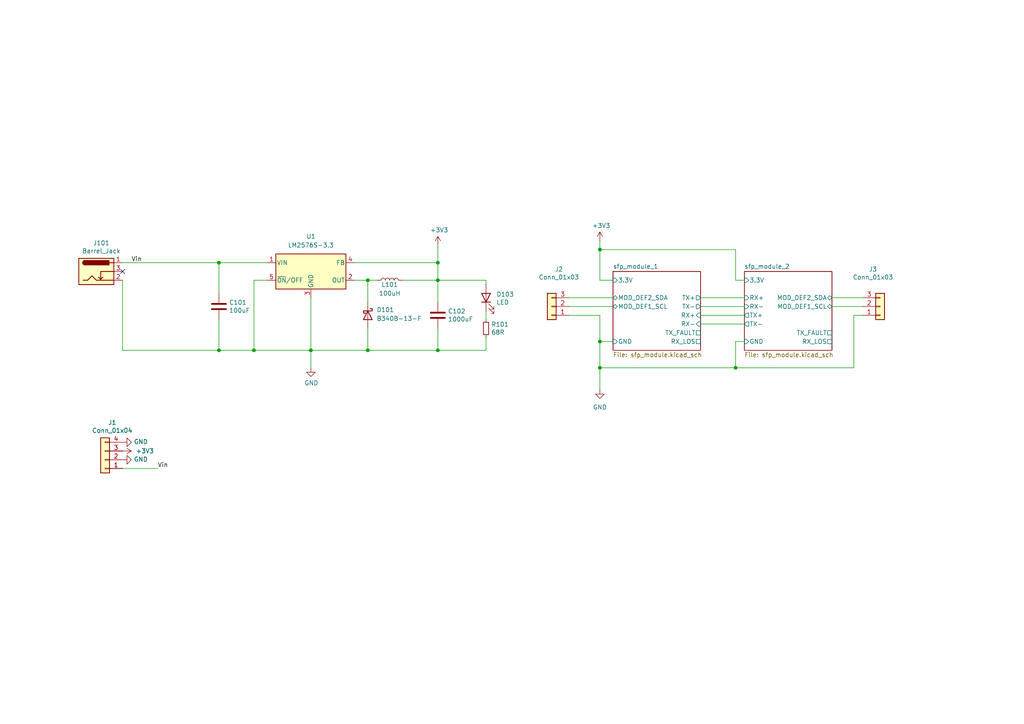
<source format=kicad_sch>
(kicad_sch (version 20211123) (generator eeschema)
  (paper "A4")
  (title_block (title "SFP Back2Back") (date "2022-06-24") (rev "2.0") (company "© foorschtbar"))
  (lib_symbols
    (symbol "Connector:Barrel_Jack_Switch" (pin_names hide)
      (property "Reference" "J" (at 0 5.334 0))
      (property "Value" "Barrel_Jack_Switch" (at 0 -5.08 0))
      (symbol "Barrel_Jack_Switch_0_1"
        (rectangle (start -5.08 3.81) (end 5.08 -3.81) (stroke (width 0.254)) (fill (type background)))
        (arc (start -3.302 3.175) (mid -3.937 2.54) (end -3.302 1.905) (stroke (width 0.254)))
        (arc (start -3.302 3.175) (mid -3.937 2.54) (end -3.302 1.905) (stroke (width 0.254)) (fill (type outline)))
        (polyline (pts (xy 1.27 -2.286) (xy 1.905 -1.651)) (stroke (width 0.254)))
        (polyline (pts (xy 5.08 2.54) (xy 3.81 2.54)) (stroke (width 0.254)))
        (polyline (pts (xy 5.08 0) (xy 1.27 0) (xy 1.27 -2.286) (xy 0.635 -1.651)) (stroke (width 0.254)))
        (polyline (pts (xy -3.81 -2.54) (xy -2.54 -2.54) (xy -1.27 -1.27) (xy 0 -2.54) (xy 2.54 -2.54) (xy 5.08 -2.54)) (stroke (width 0.254)))
        (rectangle (start 3.683 3.175) (end -3.302 1.905) (stroke (width 0.254)) (fill (type outline)))
      )
      (symbol "Barrel_Jack_Switch_1_1"
        (pin passive line (at 7.62 2.54 180) (length 2.54) (name "~") (number "1"))
        (pin passive line (at 7.62 -2.54 180) (length 2.54) (name "~") (number "2"))
        (pin passive line (at 7.62 0 180) (length 2.54) (name "~") (number "3"))
      )
    )
    (symbol "Connector_Generic:Conn_01x03" (pin_names (offset 1.016) hide)
      (property "Reference" "J" (at 0 5.08 0))
      (property "Value" "Conn_01x03" (at 0 -5.08 0))
      (symbol "Conn_01x03_1_1"
        (rectangle (start -1.27 -2.413) (end 0 -2.667) (stroke (width 0.1524)))
        (rectangle (start -1.27 0.127) (end 0 -0.127) (stroke (width 0.1524)))
        (rectangle (start -1.27 2.667) (end 0 2.413) (stroke (width 0.1524)))
        (rectangle (start -1.27 3.81) (end 1.27 -3.81) (stroke (width 0.254)) (fill (type background)))
        (pin passive line (at -5.08 2.54 0) (length 3.81) (name "Pin_1") (number "1"))
        (pin passive line (at -5.08 0 0) (length 3.81) (name "Pin_2") (number "2"))
        (pin passive line (at -5.08 -2.54 0) (length 3.81) (name "Pin_3") (number "3"))
      )
    )
    (symbol "Connector_Generic:Conn_01x04" (pin_names (offset 1.016) hide)
      (property "Reference" "J" (at 0 5.08 0))
      (property "Value" "Conn_01x04" (at 0 -7.62 0))
      (symbol "Conn_01x04_1_1"
        (rectangle (start -1.27 -4.953) (end 0 -5.207) (stroke (width 0.1524)))
        (rectangle (start -1.27 -2.413) (end 0 -2.667) (stroke (width 0.1524)))
        (rectangle (start -1.27 0.127) (end 0 -0.127) (stroke (width 0.1524)))
        (rectangle (start -1.27 2.667) (end 0 2.413) (stroke (width 0.1524)))
        (rectangle (start -1.27 3.81) (end 1.27 -6.35) (stroke (width 0.254)) (fill (type background)))
        (pin passive line (at -5.08 2.54 0) (length 3.81) (name "Pin_1") (number "1"))
        (pin passive line (at -5.08 0 0) (length 3.81) (name "Pin_2") (number "2"))
        (pin passive line (at -5.08 -2.54 0) (length 3.81) (name "Pin_3") (number "3"))
        (pin passive line (at -5.08 -5.08 0) (length 3.81) (name "Pin_4") (number "4"))
      )
    )
    (symbol "Device:C" (pin_numbers hide) (pin_names (offset 0.254))
      (property "Reference" "C" (at 0.635 2.54 0))
      (property "Value" "C" (at 0.635 -2.54 0))
      (symbol "C_0_1"
        (polyline (pts (xy -2.032 -0.762) (xy 2.032 -0.762)) (stroke (width 0.508)))
        (polyline (pts (xy -2.032 0.762) (xy 2.032 0.762)) (stroke (width 0.508)))
      )
      (symbol "C_1_1"
        (pin passive line (at 0 3.81 270) (length 2.794) (name "~") (number "1"))
        (pin passive line (at 0 -3.81 90) (length 2.794) (name "~") (number "2"))
      )
    )
    (symbol "Device:D_Schottky" (pin_numbers hide) (pin_names (offset 1.016) hide)
      (property "Reference" "D" (at 0 2.54 0))
      (property "Value" "D_Schottky" (at 0 -2.54 0))
      (symbol "D_Schottky_0_1"
        (polyline (pts (xy 1.27 0) (xy -1.27 0)))
        (polyline (pts (xy 1.27 1.27) (xy 1.27 -1.27) (xy -1.27 0) (xy 1.27 1.27)) (stroke (width 0.254)))
        (polyline (pts (xy -1.905 0.635) (xy -1.905 1.27) (xy -1.27 1.27) (xy -1.27 -1.27) (xy -0.635 -1.27) (xy -0.635 -0.635)) (stroke (width 0.254)))
      )
      (symbol "D_Schottky_1_1"
        (pin passive line (at -3.81 0 0) (length 2.54) (name "K") (number "1"))
        (pin passive line (at 3.81 0 180) (length 2.54) (name "A") (number "2"))
      )
    )
    (symbol "Device:L" (pin_numbers hide) (pin_names (offset 1.016) hide)
      (property "Reference" "L" (at -1.27 0 90))
      (property "Value" "L" (at 1.905 0 90))
      (symbol "L_0_1"
        (arc (start 0 -2.54) (mid 0.635 -1.905) (end 0 -1.27))
        (arc (start 0 -1.27) (mid 0.635 -0.635) (end 0 0))
        (arc (start 0 0) (mid 0.635 0.635) (end 0 1.27))
        (arc (start 0 1.27) (mid 0.635 1.905) (end 0 2.54))
      )
      (symbol "L_1_1"
        (pin passive line (at 0 3.81 270) (length 1.27) (name "1") (number "1"))
        (pin passive line (at 0 -3.81 90) (length 1.27) (name "2") (number "2"))
      )
    )
    (symbol "Device:LED" (pin_numbers hide) (pin_names (offset 1.016) hide)
      (property "Reference" "D" (at 0 2.54 0))
      (property "Value" "LED" (at 0 -2.54 0))
      (symbol "LED_0_1"
        (polyline (pts (xy -1.27 -1.27) (xy -1.27 1.27)) (stroke (width 0.254)))
        (polyline (pts (xy -1.27 0) (xy 1.27 0)))
        (polyline (pts (xy 1.27 -1.27) (xy 1.27 1.27) (xy -1.27 0) (xy 1.27 -1.27)) (stroke (width 0.254)))
        (polyline (pts (xy -3.048 -0.762) (xy -4.572 -2.286) (xy -3.81 -2.286) (xy -4.572 -2.286) (xy -4.572 -1.524)))
        (polyline (pts (xy -1.778 -0.762) (xy -3.302 -2.286) (xy -2.54 -2.286) (xy -3.302 -2.286) (xy -3.302 -1.524)))
      )
      (symbol "LED_1_1"
        (pin passive line (at -3.81 0 0) (length 2.54) (name "K") (number "1"))
        (pin passive line (at 3.81 0 180) (length 2.54) (name "A") (number "2"))
      )
    )
    (symbol "Device:R_Small" (pin_numbers hide) (pin_names (offset 0.254) hide)
      (property "Reference" "R" (at 0.762 0.508 0))
      (property "Value" "R_Small" (at 0.762 -1.016 0))
      (symbol "R_Small_0_1"
        (rectangle (start -0.762 1.778) (end 0.762 -1.778) (stroke (width 0.2032)))
      )
      (symbol "R_Small_1_1"
        (pin passive line (at 0 2.54 270) (length 0.762) (name "~") (number "1"))
        (pin passive line (at 0 -2.54 90) (length 0.762) (name "~") (number "2"))
      )
    )
    (symbol "Regulator_Switching:LM2576S-3.3" (pin_names (offset 0.254))
      (property "Reference" "U" (at -10.16 6.35 0))
      (property "Value" "LM2576S-3.3" (at 0 6.35 0))
      (symbol "LM2576S-3.3_0_1"
        (rectangle (start -10.16 5.08) (end 10.16 -5.08) (stroke (width 0.254)) (fill (type background)))
      )
      (symbol "LM2576S-3.3_1_1"
        (pin power_in line (at -12.7 2.54 0) (length 2.54) (name "VIN") (number "1"))
        (pin output line (at 12.7 -2.54 180) (length 2.54) (name "OUT") (number "2"))
        (pin power_in line (at 0 -7.62 90) (length 2.54) (name "GND") (number "3"))
        (pin input line (at 12.7 2.54 180) (length 2.54) (name "FB") (number "4"))
        (pin input line (at -12.7 -2.54 0) (length 2.54) (name "~{ON}/OFF") (number "5"))
      )
    )
    (symbol "power:+3.3V" (power) (pin_names (offset 0))
      (property "Value" "+3.3V" (at 0 3.556 0))
      (symbol "+3.3V_0_1"
        (polyline (pts (xy -0.762 1.27) (xy 0 2.54)))
        (polyline (pts (xy 0 0) (xy 0 2.54)))
        (polyline (pts (xy 0 2.54) (xy 0.762 1.27)))
      )
      (symbol "+3.3V_1_1"
        (pin power_in line (at 0 0 90) (length 0) hide (name "+3V3") (number "1"))
      )
    )
    (symbol "power:GND" (power) (pin_names (offset 0))
      (property "Value" "GND" (at 0 -3.81 0))
      (symbol "GND_0_1"
        (polyline (pts (xy 0 0) (xy 0 -1.27) (xy 1.27 -1.27) (xy 0 -2.54) (xy -1.27 -1.27) (xy 0 -1.27)))
      )
      (symbol "GND_1_1"
        (pin power_in line (at 0 0 270) (length 0) hide (name "GND") (number "1"))
      )
    )
  )
  (junction (at 127 81.28))
  (junction (at 106.68 101.6))
  (junction (at 63.5 76.2))
  (junction (at 63.5 101.6))
  (junction (at 127 101.6))
  (junction (at 173.99 99.06))
  (junction (at 173.99 72.39))
  (junction (at 106.68 81.28))
  (junction (at 213.36 106.68))
  (junction (at 173.99 106.68))
  (junction (at 73.66 101.6))
  (junction (at 127 76.2))
  (junction (at 90.17 101.6))
  (no_connect (at 35.56 78.74))
  (wire (pts (xy 106.68 81.28) (xy 106.68 87.63)))
  (wire (pts (xy 127 101.6) (xy 127 95.25)))
  (wire (pts (xy 173.99 72.39) (xy 173.99 81.28)))
  (wire (pts (xy 102.87 81.28) (xy 106.68 81.28)))
  (wire (pts (xy 35.56 81.28) (xy 35.56 101.6)))
  (wire (pts (xy 127 101.6) (xy 140.97 101.6)))
  (wire (pts (xy 203.2 88.9) (xy 215.9 88.9)))
  (wire (pts (xy 213.36 106.68) (xy 247.65 106.68)))
  (wire (pts (xy 173.99 106.68) (xy 173.99 99.06)))
  (wire (pts (xy 90.17 86.36) (xy 90.17 101.6)))
  (wire (pts (xy 35.56 76.2) (xy 63.5 76.2)))
  (wire (pts (xy 63.5 76.2) (xy 77.47 76.2)))
  (wire (pts (xy 140.97 81.28) (xy 127 81.28)))
  (wire (pts (xy 247.65 91.44) (xy 250.19 91.44)))
  (wire (pts (xy 203.2 86.36) (xy 215.9 86.36)))
  (wire (pts (xy 106.68 95.25) (xy 106.68 101.6)))
  (wire (pts (xy 241.3 86.36) (xy 250.19 86.36)))
  (wire (pts (xy 203.2 91.44) (xy 215.9 91.44)))
  (wire (pts (xy 140.97 92.71) (xy 140.97 90.17)))
  (wire (pts (xy 106.68 101.6) (xy 127 101.6)))
  (wire (pts (xy 106.68 81.28) (xy 109.22 81.28)))
  (wire (pts (xy 63.5 76.2) (xy 63.5 85.09)))
  (wire (pts (xy 63.5 101.6) (xy 73.66 101.6)))
  (wire (pts (xy 35.56 135.89) (xy 45.72 135.89)))
  (wire (pts (xy 165.1 91.44) (xy 173.99 91.44)))
  (wire (pts (xy 213.36 72.39) (xy 173.99 72.39)))
  (wire (pts (xy 63.5 92.71) (xy 63.5 101.6)))
  (wire (pts (xy 140.97 101.6) (xy 140.97 97.79)))
  (wire (pts (xy 203.2 93.98) (xy 215.9 93.98)))
  (wire (pts (xy 165.1 88.9) (xy 177.8 88.9)))
  (wire (pts (xy 35.56 101.6) (xy 63.5 101.6)))
  (wire (pts (xy 247.65 106.68) (xy 247.65 91.44)))
  (wire (pts (xy 165.1 86.36) (xy 177.8 86.36)))
  (wire (pts (xy 77.47 81.28) (xy 73.66 81.28)))
  (wire (pts (xy 116.84 81.28) (xy 127 81.28)))
  (wire (pts (xy 90.17 101.6) (xy 106.68 101.6)))
  (wire (pts (xy 215.9 81.28) (xy 213.36 81.28)))
  (wire (pts (xy 102.87 76.2) (xy 127 76.2)))
  (wire (pts (xy 213.36 106.68) (xy 213.36 99.06)))
  (wire (pts (xy 173.99 113.03) (xy 173.99 106.68)))
  (wire (pts (xy 140.97 82.55) (xy 140.97 81.28)))
  (wire (pts (xy 213.36 99.06) (xy 215.9 99.06)))
  (wire (pts (xy 127 76.2) (xy 127 81.28)))
  (wire (pts (xy 173.99 81.28) (xy 177.8 81.28)))
  (wire (pts (xy 127 87.63) (xy 127 81.28)))
  (wire (pts (xy 90.17 101.6) (xy 90.17 106.68)))
  (wire (pts (xy 73.66 81.28) (xy 73.66 101.6)))
  (wire (pts (xy 213.36 81.28) (xy 213.36 72.39)))
  (wire (pts (xy 173.99 106.68) (xy 213.36 106.68)))
  (wire (pts (xy 173.99 91.44) (xy 173.99 99.06)))
  (wire (pts (xy 173.99 69.85) (xy 173.99 72.39)))
  (wire (pts (xy 173.99 99.06) (xy 177.8 99.06)))
  (wire (pts (xy 127 71.12) (xy 127 76.2)))
  (wire (pts (xy 73.66 101.6) (xy 90.17 101.6)))
  (wire (pts (xy 241.3 88.9) (xy 250.19 88.9)))
  (label "Vin" (at 45.72 135.89 0))
  (label "Vin" (at 38.1 76.2 0))
  (symbol (lib_id "power:GND") (at 173.99 113.03 0) (unit 1)
    (property "Reference" "#PWR0106" (effects hide))
    (property "Value" "GND" (at 173.99 118.11 0))
  )
  (symbol (lib_id "power:+3.3V") (at 173.99 69.85 0) (unit 1)
    (property "Reference" "#PWR0105" (effects hide))
    (property "Value" "+3.3V" (at 174.371 65.4558 0))
  )
  (symbol (lib_id "Connector:Barrel_Jack_Switch") (at 27.94 78.74 0) (unit 1)
    (property "Reference" "J101" (at 29.3878 70.485 0))
    (property "Value" "Barrel_Jack" (at 29.3878 72.7964 0))
    (property "Footprint" "Connector_BarrelJack:BarrelJack_Horizontal" (effects hide))
    (property "LCSC Part Number" "C194407" (effects hide))
  )
  (symbol (lib_id "power:+3.3V") (at 127 71.12 0) (unit 1)
    (property "Reference" "#PWR0103" (effects hide))
    (property "Value" "+3.3V" (at 127.381 66.7258 0))
  )
  (symbol (lib_id "Device:C") (at 127 91.44 0) (unit 1)
    (property "Reference" "C102" (at 129.921 90.2716 0) (effects (justify left)))
    (property "Value" "1000uF" (at 129.921 92.583 0) (effects (justify left)))
    (property "Footprint" "Capacitor_SMD:CP_Elec_8x10.5" (effects hide))
    (property "LCSC Part Number" "C99833" (effects hide))
  )
  (symbol (lib_id "Device:LED") (at 140.97 86.36 90) (unit 1)
    (property "Reference" "D103" (at 143.9672 85.3694 90) (effects (justify right)))
    (property "Value" "LED" (at 143.9672 87.6808 90) (effects (justify right)))
    (property "Footprint" "LED_THT:LED_D3.0mm_Horizontal_O1.27mm_Z2.0mm" (effects hide))
    (property "LCSC Part Number" "C181864" (effects hide))
  )
  (symbol (lib_id "Device:R_Small") (at 140.97 95.25 0) (unit 1)
    (property "Reference" "R101" (at 142.4686 94.0816 0) (effects (justify left)))
    (property "Value" "68R" (at 142.4686 96.393 0) (effects (justify left)))
    (property "Footprint" "Resistor_SMD:R_0805_2012Metric" (effects hide))
    (property "LCSC Part Number" "C17802" (effects hide))
  )
  (symbol (lib_id "Connector_Generic:Conn_01x04") (at 30.48 133.35 180) (unit 1) (in_bom no)
    (property "Reference" "J1" (at 32.5628 122.555 0))
    (property "Value" "Conn_01x04" (at 32.5628 124.8664 0))
    (property "Footprint" "Connector_PinHeader_2.54mm:PinHeader_1x04_P2.54mm_Vertical" (effects hide))
  )
  (symbol (lib_id "power:GND") (at 35.56 133.35 90) (unit 1)
    (property "Reference" "#PWR0107" (effects hide))
    (property "Value" "GND" (at 38.8112 133.223 90) (effects (justify right)))
  )
  (symbol (lib_id "power:+3.3V") (at 35.56 130.81 270) (unit 1)
    (property "Reference" "#PWR0108" (effects hide))
    (property "Value" "+3.3V" (at 39.37 130.81 90) (effects (justify left)))
  )
  (symbol (lib_id "power:GND") (at 35.56 128.27 90) (unit 1)
    (property "Reference" "#PWR0109" (effects hide))
    (property "Value" "GND" (at 38.8112 128.143 90) (effects (justify right)))
  )
  (symbol (lib_id "power:GND") (at 90.17 106.68 0) (unit 1)
    (property "Reference" "#PWR0101" (effects hide))
    (property "Value" "GND" (at 90.297 111.0742 0))
  )
  (symbol (lib_id "Connector_Generic:Conn_01x03") (at 255.27 88.9 0) (mirror x) (unit 1) (in_bom no)
    (property "Reference" "J3" (at 253.1872 78.105 0))
    (property "Value" "Conn_01x03" (at 253.1872 80.4164 0))
    (property "Footprint" "Connector_PinHeader_2.54mm:PinHeader_1x03_P2.54mm_Vertical" (effects hide))
  )
  (symbol (lib_id "Device:C") (at 63.5 88.9 0) (unit 1)
    (property "Reference" "C101" (at 66.421 87.7316 0) (effects (justify left)))
    (property "Value" "100uF" (at 66.421 90.043 0) (effects (justify left)))
    (property "Footprint" "Capacitor_SMD:CP_Elec_6.3x7.7" (effects hide))
    (property "LCSC Part Number" "C72477" (effects hide))
  )
  (symbol (lib_id "Connector_Generic:Conn_01x03") (at 160.02 88.9 180) (unit 1) (in_bom no)
    (property "Reference" "J2" (at 162.1028 78.105 0))
    (property "Value" "Conn_01x03" (at 162.1028 80.4164 0))
    (property "Footprint" "Connector_PinHeader_2.54mm:PinHeader_1x03_P2.54mm_Vertical" (effects hide))
  )
  (symbol (lib_id "Device:L") (at 113.03 81.28 90) (unit 1)
    (property "Reference" "L101" (at 113.03 82.55 90))
    (property "Value" "100uH" (at 113.03 85.09 90))
    (property "Footprint" "Inductor_SMD:L_10.4x10.4_H4.8" (effects hide))
    (property "LCSC Part Number" "C2875675" (effects hide))
  )
  (symbol (lib_id "Regulator_Switching:LM2576S-3.3") (at 90.17 78.74 0) (unit 1)
    (property "Reference" "U1" (at 90.17 68.58 0))
    (property "Value" "LM2576S-3.3" (at 90.17 71.12 0))
    (property "Footprint" "Package_TO_SOT_SMD:TO-263-5_TabPin3" (effects hide))
    (property "LCSC Part Number" "C91093" (effects hide))
  )
  (symbol (lib_id "Device:D_Schottky") (at 106.68 91.44 270) (unit 1)
    (property "Reference" "D101" (at 109.22 89.8524 90) (effects (justify left)))
    (property "Value" "B340B-13-F" (at 109.22 92.3924 90) (effects (justify left)))
    (property "Footprint" "Diode_SMD:D_SMB" (effects hide))
    (property "LCSC Part Number" "C85099" (effects hide))
  )
  (sheet (at 215.9 78.74) (size 25.4 22.86)
    (property "Sheet name" "sfp_module_2" (at 215.9 78.0284 0) (effects (justify left bottom)))
    (property "Sheet file" "sfp_module.kicad_sch" (at 215.9 102.1846 0) (effects (justify left top)))
    (pin "3.3V" input (at 215.9 81.28 180))
    (pin "GND" input (at 215.9 99.06 180))
    (pin "RX+" input (at 215.9 86.36 180))
    (pin "RX-" input (at 215.9 88.9 180))
    (pin "TX+" output (at 215.9 91.44 180))
    (pin "TX-" output (at 215.9 93.98 180))
    (pin "RX_LOS" passive (at 241.3 99.06 0))
    (pin "TX_FAULT" passive (at 241.3 96.52 0))
    (pin "MOD_DEF2_SDA" bidirectional (at 241.3 86.36 0))
    (pin "MOD_DEF1_SCL" bidirectional (at 241.3 88.9 0))
  )
  (sheet (at 177.8 78.74) (size 25.4 22.86)
    (property "Sheet name" "sfp_module_1" (at 177.8 78.0284 0) (effects (justify left bottom)))
    (property "Sheet file" "sfp_module.kicad_sch" (at 177.8 102.1846 0) (effects (justify left top)))
    (pin "3.3V" input (at 177.8 81.28 180))
    (pin "GND" input (at 177.8 99.06 180))
    (pin "RX+" input (at 203.2 91.44 0))
    (pin "RX-" input (at 203.2 93.98 0))
    (pin "TX+" output (at 203.2 86.36 0))
    (pin "TX-" output (at 203.2 88.9 0))
    (pin "RX_LOS" passive (at 203.2 99.06 0))
    (pin "TX_FAULT" passive (at 203.2 96.52 0))
    (pin "MOD_DEF2_SDA" bidirectional (at 177.8 86.36 180))
    (pin "MOD_DEF1_SCL" bidirectional (at 177.8 88.9 180))
  )
)
</source>
